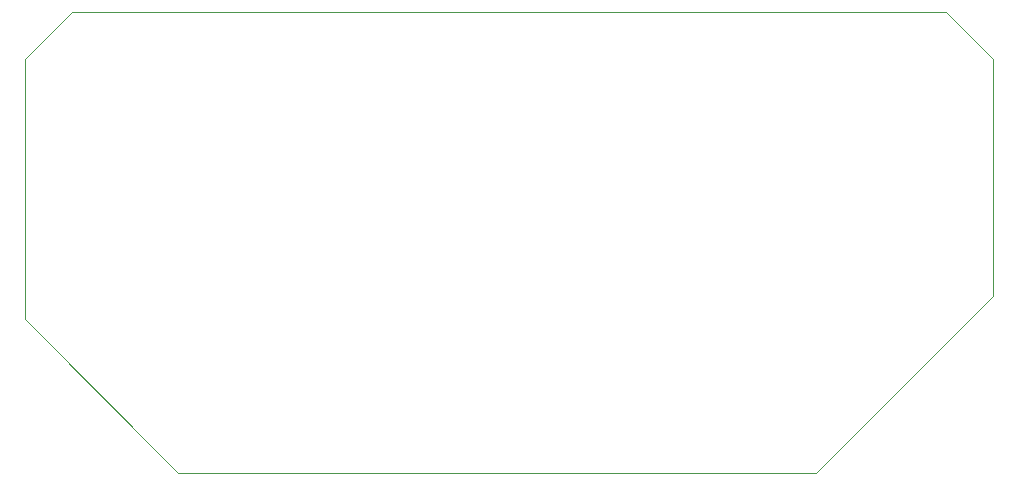
<source format=gm1>
G04 #@! TF.GenerationSoftware,KiCad,Pcbnew,6.0.2-378541a8eb~116~ubuntu20.04.1*
G04 #@! TF.CreationDate,2023-01-27T16:36:08+01:00*
G04 #@! TF.ProjectId,BUCKY_POWER,4255434b-595f-4504-9f57-45522e6b6963,rev?*
G04 #@! TF.SameCoordinates,Original*
G04 #@! TF.FileFunction,Profile,NP*
%FSLAX46Y46*%
G04 Gerber Fmt 4.6, Leading zero omitted, Abs format (unit mm)*
G04 Created by KiCad (PCBNEW 6.0.2-378541a8eb~116~ubuntu20.04.1) date 2023-01-27 16:36:08*
%MOMM*%
%LPD*%
G01*
G04 APERTURE LIST*
G04 #@! TA.AperFunction,Profile*
%ADD10C,0.100000*%
G04 #@! TD*
G04 APERTURE END LIST*
D10*
X33000000Y-85000000D02*
X37000000Y-81000000D01*
X84000000Y-81000000D02*
X59000000Y-81000000D01*
X111000000Y-81000000D02*
X84000000Y-81000000D01*
X33000000Y-85000000D02*
X33000000Y-107000000D01*
X33000000Y-107000000D02*
X46000000Y-120000000D01*
X115000000Y-105000000D02*
X100000000Y-120000000D01*
X111000000Y-81000000D02*
X115000000Y-85000000D01*
X115000000Y-85000000D02*
X115000000Y-105000000D01*
X59000000Y-81000000D02*
X37000000Y-81000000D01*
X100000000Y-120000000D02*
X46000000Y-120000000D01*
M02*

</source>
